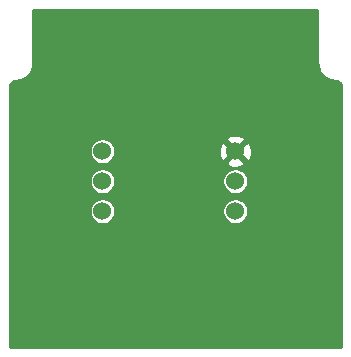
<source format=gbr>
G04 #@! TF.GenerationSoftware,KiCad,Pcbnew,5.1.12-84ad8e8a86~92~ubuntu20.04.1*
G04 #@! TF.CreationDate,2022-01-25T20:23:26-05:00*
G04 #@! TF.ProjectId,ABPDJJT001PGAA5_sensor_module,41425044-4a4a-4543-9030-315047414135,rev?*
G04 #@! TF.SameCoordinates,Original*
G04 #@! TF.FileFunction,Copper,L1,Top*
G04 #@! TF.FilePolarity,Positive*
%FSLAX46Y46*%
G04 Gerber Fmt 4.6, Leading zero omitted, Abs format (unit mm)*
G04 Created by KiCad (PCBNEW 5.1.12-84ad8e8a86~92~ubuntu20.04.1) date 2022-01-25 20:23:26*
%MOMM*%
%LPD*%
G01*
G04 APERTURE LIST*
G04 #@! TA.AperFunction,ComponentPad*
%ADD10C,1.524000*%
G04 #@! TD*
G04 #@! TA.AperFunction,Conductor*
%ADD11C,0.254000*%
G04 #@! TD*
G04 #@! TA.AperFunction,Conductor*
%ADD12C,0.100000*%
G04 #@! TD*
G04 APERTURE END LIST*
D10*
X118014920Y-42529760D03*
X118014920Y-45069760D03*
X118014920Y-47609760D03*
X106764920Y-47609760D03*
X106764920Y-45069760D03*
X106764920Y-42529760D03*
D11*
X124973001Y-35103423D02*
X124975030Y-35124025D01*
X124974987Y-35130214D01*
X124975637Y-35136842D01*
X124996038Y-35330939D01*
X125004734Y-35373303D01*
X125012832Y-35415755D01*
X125014756Y-35422126D01*
X125014757Y-35422132D01*
X125014759Y-35422138D01*
X125072469Y-35608568D01*
X125089220Y-35648418D01*
X125105417Y-35688508D01*
X125108542Y-35694384D01*
X125108544Y-35694389D01*
X125108547Y-35694393D01*
X125201369Y-35866065D01*
X125225564Y-35901936D01*
X125249218Y-35938084D01*
X125253420Y-35943236D01*
X125253426Y-35943244D01*
X125253433Y-35943251D01*
X125377832Y-36093623D01*
X125408498Y-36124076D01*
X125438756Y-36154975D01*
X125443882Y-36159214D01*
X125443888Y-36159220D01*
X125443895Y-36159224D01*
X125595130Y-36282569D01*
X125631133Y-36306489D01*
X125666812Y-36330920D01*
X125672666Y-36334084D01*
X125672670Y-36334087D01*
X125672674Y-36334089D01*
X125844993Y-36425712D01*
X125884972Y-36442190D01*
X125924700Y-36459218D01*
X125931056Y-36461185D01*
X125931063Y-36461188D01*
X125931070Y-36461189D01*
X126117898Y-36517597D01*
X126160337Y-36526000D01*
X126202595Y-36534983D01*
X126209212Y-36535677D01*
X126209220Y-36535679D01*
X126209228Y-36535679D01*
X126403452Y-36554723D01*
X126551139Y-36569204D01*
X126648432Y-36598579D01*
X126738159Y-36646287D01*
X126816911Y-36710517D01*
X126881690Y-36788820D01*
X126930026Y-36878216D01*
X126960077Y-36975296D01*
X126973000Y-37098248D01*
X126973001Y-59103000D01*
X98927000Y-59103000D01*
X98927000Y-47502503D01*
X105675920Y-47502503D01*
X105675920Y-47717017D01*
X105717770Y-47927410D01*
X105799861Y-48125595D01*
X105919039Y-48303957D01*
X106070723Y-48455641D01*
X106249085Y-48574819D01*
X106447270Y-48656910D01*
X106657663Y-48698760D01*
X106872177Y-48698760D01*
X107082570Y-48656910D01*
X107280755Y-48574819D01*
X107459117Y-48455641D01*
X107610801Y-48303957D01*
X107729979Y-48125595D01*
X107812070Y-47927410D01*
X107853920Y-47717017D01*
X107853920Y-47502503D01*
X116925920Y-47502503D01*
X116925920Y-47717017D01*
X116967770Y-47927410D01*
X117049861Y-48125595D01*
X117169039Y-48303957D01*
X117320723Y-48455641D01*
X117499085Y-48574819D01*
X117697270Y-48656910D01*
X117907663Y-48698760D01*
X118122177Y-48698760D01*
X118332570Y-48656910D01*
X118530755Y-48574819D01*
X118709117Y-48455641D01*
X118860801Y-48303957D01*
X118979979Y-48125595D01*
X119062070Y-47927410D01*
X119103920Y-47717017D01*
X119103920Y-47502503D01*
X119062070Y-47292110D01*
X118979979Y-47093925D01*
X118860801Y-46915563D01*
X118709117Y-46763879D01*
X118530755Y-46644701D01*
X118332570Y-46562610D01*
X118122177Y-46520760D01*
X117907663Y-46520760D01*
X117697270Y-46562610D01*
X117499085Y-46644701D01*
X117320723Y-46763879D01*
X117169039Y-46915563D01*
X117049861Y-47093925D01*
X116967770Y-47292110D01*
X116925920Y-47502503D01*
X107853920Y-47502503D01*
X107812070Y-47292110D01*
X107729979Y-47093925D01*
X107610801Y-46915563D01*
X107459117Y-46763879D01*
X107280755Y-46644701D01*
X107082570Y-46562610D01*
X106872177Y-46520760D01*
X106657663Y-46520760D01*
X106447270Y-46562610D01*
X106249085Y-46644701D01*
X106070723Y-46763879D01*
X105919039Y-46915563D01*
X105799861Y-47093925D01*
X105717770Y-47292110D01*
X105675920Y-47502503D01*
X98927000Y-47502503D01*
X98927000Y-44962503D01*
X105675920Y-44962503D01*
X105675920Y-45177017D01*
X105717770Y-45387410D01*
X105799861Y-45585595D01*
X105919039Y-45763957D01*
X106070723Y-45915641D01*
X106249085Y-46034819D01*
X106447270Y-46116910D01*
X106657663Y-46158760D01*
X106872177Y-46158760D01*
X107082570Y-46116910D01*
X107280755Y-46034819D01*
X107459117Y-45915641D01*
X107610801Y-45763957D01*
X107729979Y-45585595D01*
X107812070Y-45387410D01*
X107853920Y-45177017D01*
X107853920Y-44962503D01*
X116925920Y-44962503D01*
X116925920Y-45177017D01*
X116967770Y-45387410D01*
X117049861Y-45585595D01*
X117169039Y-45763957D01*
X117320723Y-45915641D01*
X117499085Y-46034819D01*
X117697270Y-46116910D01*
X117907663Y-46158760D01*
X118122177Y-46158760D01*
X118332570Y-46116910D01*
X118530755Y-46034819D01*
X118709117Y-45915641D01*
X118860801Y-45763957D01*
X118979979Y-45585595D01*
X119062070Y-45387410D01*
X119103920Y-45177017D01*
X119103920Y-44962503D01*
X119062070Y-44752110D01*
X118979979Y-44553925D01*
X118860801Y-44375563D01*
X118709117Y-44223879D01*
X118530755Y-44104701D01*
X118332570Y-44022610D01*
X118122177Y-43980760D01*
X117907663Y-43980760D01*
X117697270Y-44022610D01*
X117499085Y-44104701D01*
X117320723Y-44223879D01*
X117169039Y-44375563D01*
X117049861Y-44553925D01*
X116967770Y-44752110D01*
X116925920Y-44962503D01*
X107853920Y-44962503D01*
X107812070Y-44752110D01*
X107729979Y-44553925D01*
X107610801Y-44375563D01*
X107459117Y-44223879D01*
X107280755Y-44104701D01*
X107082570Y-44022610D01*
X106872177Y-43980760D01*
X106657663Y-43980760D01*
X106447270Y-44022610D01*
X106249085Y-44104701D01*
X106070723Y-44223879D01*
X105919039Y-44375563D01*
X105799861Y-44553925D01*
X105717770Y-44752110D01*
X105675920Y-44962503D01*
X98927000Y-44962503D01*
X98927000Y-42422503D01*
X105675920Y-42422503D01*
X105675920Y-42637017D01*
X105717770Y-42847410D01*
X105799861Y-43045595D01*
X105919039Y-43223957D01*
X106070723Y-43375641D01*
X106249085Y-43494819D01*
X106447270Y-43576910D01*
X106657663Y-43618760D01*
X106872177Y-43618760D01*
X107082570Y-43576910D01*
X107279533Y-43495325D01*
X117228960Y-43495325D01*
X117295940Y-43735416D01*
X117544968Y-43852516D01*
X117812055Y-43918783D01*
X118086937Y-43931670D01*
X118359053Y-43890682D01*
X118617943Y-43797396D01*
X118733900Y-43735416D01*
X118800880Y-43495325D01*
X118014920Y-42709365D01*
X117228960Y-43495325D01*
X107279533Y-43495325D01*
X107280755Y-43494819D01*
X107459117Y-43375641D01*
X107610801Y-43223957D01*
X107729979Y-43045595D01*
X107812070Y-42847410D01*
X107853920Y-42637017D01*
X107853920Y-42601777D01*
X116613010Y-42601777D01*
X116653998Y-42873893D01*
X116747284Y-43132783D01*
X116809264Y-43248740D01*
X117049355Y-43315720D01*
X117835315Y-42529760D01*
X118194525Y-42529760D01*
X118980485Y-43315720D01*
X119220576Y-43248740D01*
X119337676Y-42999712D01*
X119403943Y-42732625D01*
X119416830Y-42457743D01*
X119375842Y-42185627D01*
X119282556Y-41926737D01*
X119220576Y-41810780D01*
X118980485Y-41743800D01*
X118194525Y-42529760D01*
X117835315Y-42529760D01*
X117049355Y-41743800D01*
X116809264Y-41810780D01*
X116692164Y-42059808D01*
X116625897Y-42326895D01*
X116613010Y-42601777D01*
X107853920Y-42601777D01*
X107853920Y-42422503D01*
X107812070Y-42212110D01*
X107729979Y-42013925D01*
X107610801Y-41835563D01*
X107459117Y-41683879D01*
X107280755Y-41564701D01*
X107279534Y-41564195D01*
X117228960Y-41564195D01*
X118014920Y-42350155D01*
X118800880Y-41564195D01*
X118733900Y-41324104D01*
X118484872Y-41207004D01*
X118217785Y-41140737D01*
X117942903Y-41127850D01*
X117670787Y-41168838D01*
X117411897Y-41262124D01*
X117295940Y-41324104D01*
X117228960Y-41564195D01*
X107279534Y-41564195D01*
X107082570Y-41482610D01*
X106872177Y-41440760D01*
X106657663Y-41440760D01*
X106447270Y-41482610D01*
X106249085Y-41564701D01*
X106070723Y-41683879D01*
X105919039Y-41835563D01*
X105799861Y-42013925D01*
X105717770Y-42212110D01*
X105675920Y-42422503D01*
X98927000Y-42422503D01*
X98927000Y-37103326D01*
X98939204Y-36978861D01*
X98968579Y-36881568D01*
X99016287Y-36791841D01*
X99080517Y-36713089D01*
X99158820Y-36648310D01*
X99248216Y-36599974D01*
X99345296Y-36569923D01*
X99487966Y-36554927D01*
X99500214Y-36555013D01*
X99506842Y-36554363D01*
X99700939Y-36533962D01*
X99743303Y-36525266D01*
X99785755Y-36517168D01*
X99792126Y-36515244D01*
X99792132Y-36515243D01*
X99792138Y-36515241D01*
X99978568Y-36457531D01*
X100018418Y-36440780D01*
X100058508Y-36424583D01*
X100064384Y-36421458D01*
X100064389Y-36421456D01*
X100064393Y-36421453D01*
X100236065Y-36328631D01*
X100271936Y-36304436D01*
X100308084Y-36280782D01*
X100313236Y-36276580D01*
X100313244Y-36276574D01*
X100313251Y-36276567D01*
X100463623Y-36152168D01*
X100494076Y-36121502D01*
X100524975Y-36091244D01*
X100529214Y-36086118D01*
X100529220Y-36086112D01*
X100529224Y-36086105D01*
X100652569Y-35934870D01*
X100676489Y-35898867D01*
X100700920Y-35863188D01*
X100704084Y-35857334D01*
X100704087Y-35857330D01*
X100704089Y-35857326D01*
X100795712Y-35685007D01*
X100812190Y-35645028D01*
X100829218Y-35605300D01*
X100831187Y-35598939D01*
X100831188Y-35598937D01*
X100831189Y-35598930D01*
X100887597Y-35412102D01*
X100896000Y-35369663D01*
X100904983Y-35327405D01*
X100905677Y-35320788D01*
X100905679Y-35320780D01*
X100905679Y-35320772D01*
X100924723Y-35126548D01*
X100924723Y-35126541D01*
X100927000Y-35103423D01*
X100927000Y-30557000D01*
X124973000Y-30557000D01*
X124973001Y-35103423D01*
G04 #@! TA.AperFunction,Conductor*
D12*
G36*
X124973001Y-35103423D02*
G01*
X124975030Y-35124025D01*
X124974987Y-35130214D01*
X124975637Y-35136842D01*
X124996038Y-35330939D01*
X125004734Y-35373303D01*
X125012832Y-35415755D01*
X125014756Y-35422126D01*
X125014757Y-35422132D01*
X125014759Y-35422138D01*
X125072469Y-35608568D01*
X125089220Y-35648418D01*
X125105417Y-35688508D01*
X125108542Y-35694384D01*
X125108544Y-35694389D01*
X125108547Y-35694393D01*
X125201369Y-35866065D01*
X125225564Y-35901936D01*
X125249218Y-35938084D01*
X125253420Y-35943236D01*
X125253426Y-35943244D01*
X125253433Y-35943251D01*
X125377832Y-36093623D01*
X125408498Y-36124076D01*
X125438756Y-36154975D01*
X125443882Y-36159214D01*
X125443888Y-36159220D01*
X125443895Y-36159224D01*
X125595130Y-36282569D01*
X125631133Y-36306489D01*
X125666812Y-36330920D01*
X125672666Y-36334084D01*
X125672670Y-36334087D01*
X125672674Y-36334089D01*
X125844993Y-36425712D01*
X125884972Y-36442190D01*
X125924700Y-36459218D01*
X125931056Y-36461185D01*
X125931063Y-36461188D01*
X125931070Y-36461189D01*
X126117898Y-36517597D01*
X126160337Y-36526000D01*
X126202595Y-36534983D01*
X126209212Y-36535677D01*
X126209220Y-36535679D01*
X126209228Y-36535679D01*
X126403452Y-36554723D01*
X126551139Y-36569204D01*
X126648432Y-36598579D01*
X126738159Y-36646287D01*
X126816911Y-36710517D01*
X126881690Y-36788820D01*
X126930026Y-36878216D01*
X126960077Y-36975296D01*
X126973000Y-37098248D01*
X126973001Y-59103000D01*
X98927000Y-59103000D01*
X98927000Y-47502503D01*
X105675920Y-47502503D01*
X105675920Y-47717017D01*
X105717770Y-47927410D01*
X105799861Y-48125595D01*
X105919039Y-48303957D01*
X106070723Y-48455641D01*
X106249085Y-48574819D01*
X106447270Y-48656910D01*
X106657663Y-48698760D01*
X106872177Y-48698760D01*
X107082570Y-48656910D01*
X107280755Y-48574819D01*
X107459117Y-48455641D01*
X107610801Y-48303957D01*
X107729979Y-48125595D01*
X107812070Y-47927410D01*
X107853920Y-47717017D01*
X107853920Y-47502503D01*
X116925920Y-47502503D01*
X116925920Y-47717017D01*
X116967770Y-47927410D01*
X117049861Y-48125595D01*
X117169039Y-48303957D01*
X117320723Y-48455641D01*
X117499085Y-48574819D01*
X117697270Y-48656910D01*
X117907663Y-48698760D01*
X118122177Y-48698760D01*
X118332570Y-48656910D01*
X118530755Y-48574819D01*
X118709117Y-48455641D01*
X118860801Y-48303957D01*
X118979979Y-48125595D01*
X119062070Y-47927410D01*
X119103920Y-47717017D01*
X119103920Y-47502503D01*
X119062070Y-47292110D01*
X118979979Y-47093925D01*
X118860801Y-46915563D01*
X118709117Y-46763879D01*
X118530755Y-46644701D01*
X118332570Y-46562610D01*
X118122177Y-46520760D01*
X117907663Y-46520760D01*
X117697270Y-46562610D01*
X117499085Y-46644701D01*
X117320723Y-46763879D01*
X117169039Y-46915563D01*
X117049861Y-47093925D01*
X116967770Y-47292110D01*
X116925920Y-47502503D01*
X107853920Y-47502503D01*
X107812070Y-47292110D01*
X107729979Y-47093925D01*
X107610801Y-46915563D01*
X107459117Y-46763879D01*
X107280755Y-46644701D01*
X107082570Y-46562610D01*
X106872177Y-46520760D01*
X106657663Y-46520760D01*
X106447270Y-46562610D01*
X106249085Y-46644701D01*
X106070723Y-46763879D01*
X105919039Y-46915563D01*
X105799861Y-47093925D01*
X105717770Y-47292110D01*
X105675920Y-47502503D01*
X98927000Y-47502503D01*
X98927000Y-44962503D01*
X105675920Y-44962503D01*
X105675920Y-45177017D01*
X105717770Y-45387410D01*
X105799861Y-45585595D01*
X105919039Y-45763957D01*
X106070723Y-45915641D01*
X106249085Y-46034819D01*
X106447270Y-46116910D01*
X106657663Y-46158760D01*
X106872177Y-46158760D01*
X107082570Y-46116910D01*
X107280755Y-46034819D01*
X107459117Y-45915641D01*
X107610801Y-45763957D01*
X107729979Y-45585595D01*
X107812070Y-45387410D01*
X107853920Y-45177017D01*
X107853920Y-44962503D01*
X116925920Y-44962503D01*
X116925920Y-45177017D01*
X116967770Y-45387410D01*
X117049861Y-45585595D01*
X117169039Y-45763957D01*
X117320723Y-45915641D01*
X117499085Y-46034819D01*
X117697270Y-46116910D01*
X117907663Y-46158760D01*
X118122177Y-46158760D01*
X118332570Y-46116910D01*
X118530755Y-46034819D01*
X118709117Y-45915641D01*
X118860801Y-45763957D01*
X118979979Y-45585595D01*
X119062070Y-45387410D01*
X119103920Y-45177017D01*
X119103920Y-44962503D01*
X119062070Y-44752110D01*
X118979979Y-44553925D01*
X118860801Y-44375563D01*
X118709117Y-44223879D01*
X118530755Y-44104701D01*
X118332570Y-44022610D01*
X118122177Y-43980760D01*
X117907663Y-43980760D01*
X117697270Y-44022610D01*
X117499085Y-44104701D01*
X117320723Y-44223879D01*
X117169039Y-44375563D01*
X117049861Y-44553925D01*
X116967770Y-44752110D01*
X116925920Y-44962503D01*
X107853920Y-44962503D01*
X107812070Y-44752110D01*
X107729979Y-44553925D01*
X107610801Y-44375563D01*
X107459117Y-44223879D01*
X107280755Y-44104701D01*
X107082570Y-44022610D01*
X106872177Y-43980760D01*
X106657663Y-43980760D01*
X106447270Y-44022610D01*
X106249085Y-44104701D01*
X106070723Y-44223879D01*
X105919039Y-44375563D01*
X105799861Y-44553925D01*
X105717770Y-44752110D01*
X105675920Y-44962503D01*
X98927000Y-44962503D01*
X98927000Y-42422503D01*
X105675920Y-42422503D01*
X105675920Y-42637017D01*
X105717770Y-42847410D01*
X105799861Y-43045595D01*
X105919039Y-43223957D01*
X106070723Y-43375641D01*
X106249085Y-43494819D01*
X106447270Y-43576910D01*
X106657663Y-43618760D01*
X106872177Y-43618760D01*
X107082570Y-43576910D01*
X107279533Y-43495325D01*
X117228960Y-43495325D01*
X117295940Y-43735416D01*
X117544968Y-43852516D01*
X117812055Y-43918783D01*
X118086937Y-43931670D01*
X118359053Y-43890682D01*
X118617943Y-43797396D01*
X118733900Y-43735416D01*
X118800880Y-43495325D01*
X118014920Y-42709365D01*
X117228960Y-43495325D01*
X107279533Y-43495325D01*
X107280755Y-43494819D01*
X107459117Y-43375641D01*
X107610801Y-43223957D01*
X107729979Y-43045595D01*
X107812070Y-42847410D01*
X107853920Y-42637017D01*
X107853920Y-42601777D01*
X116613010Y-42601777D01*
X116653998Y-42873893D01*
X116747284Y-43132783D01*
X116809264Y-43248740D01*
X117049355Y-43315720D01*
X117835315Y-42529760D01*
X118194525Y-42529760D01*
X118980485Y-43315720D01*
X119220576Y-43248740D01*
X119337676Y-42999712D01*
X119403943Y-42732625D01*
X119416830Y-42457743D01*
X119375842Y-42185627D01*
X119282556Y-41926737D01*
X119220576Y-41810780D01*
X118980485Y-41743800D01*
X118194525Y-42529760D01*
X117835315Y-42529760D01*
X117049355Y-41743800D01*
X116809264Y-41810780D01*
X116692164Y-42059808D01*
X116625897Y-42326895D01*
X116613010Y-42601777D01*
X107853920Y-42601777D01*
X107853920Y-42422503D01*
X107812070Y-42212110D01*
X107729979Y-42013925D01*
X107610801Y-41835563D01*
X107459117Y-41683879D01*
X107280755Y-41564701D01*
X107279534Y-41564195D01*
X117228960Y-41564195D01*
X118014920Y-42350155D01*
X118800880Y-41564195D01*
X118733900Y-41324104D01*
X118484872Y-41207004D01*
X118217785Y-41140737D01*
X117942903Y-41127850D01*
X117670787Y-41168838D01*
X117411897Y-41262124D01*
X117295940Y-41324104D01*
X117228960Y-41564195D01*
X107279534Y-41564195D01*
X107082570Y-41482610D01*
X106872177Y-41440760D01*
X106657663Y-41440760D01*
X106447270Y-41482610D01*
X106249085Y-41564701D01*
X106070723Y-41683879D01*
X105919039Y-41835563D01*
X105799861Y-42013925D01*
X105717770Y-42212110D01*
X105675920Y-42422503D01*
X98927000Y-42422503D01*
X98927000Y-37103326D01*
X98939204Y-36978861D01*
X98968579Y-36881568D01*
X99016287Y-36791841D01*
X99080517Y-36713089D01*
X99158820Y-36648310D01*
X99248216Y-36599974D01*
X99345296Y-36569923D01*
X99487966Y-36554927D01*
X99500214Y-36555013D01*
X99506842Y-36554363D01*
X99700939Y-36533962D01*
X99743303Y-36525266D01*
X99785755Y-36517168D01*
X99792126Y-36515244D01*
X99792132Y-36515243D01*
X99792138Y-36515241D01*
X99978568Y-36457531D01*
X100018418Y-36440780D01*
X100058508Y-36424583D01*
X100064384Y-36421458D01*
X100064389Y-36421456D01*
X100064393Y-36421453D01*
X100236065Y-36328631D01*
X100271936Y-36304436D01*
X100308084Y-36280782D01*
X100313236Y-36276580D01*
X100313244Y-36276574D01*
X100313251Y-36276567D01*
X100463623Y-36152168D01*
X100494076Y-36121502D01*
X100524975Y-36091244D01*
X100529214Y-36086118D01*
X100529220Y-36086112D01*
X100529224Y-36086105D01*
X100652569Y-35934870D01*
X100676489Y-35898867D01*
X100700920Y-35863188D01*
X100704084Y-35857334D01*
X100704087Y-35857330D01*
X100704089Y-35857326D01*
X100795712Y-35685007D01*
X100812190Y-35645028D01*
X100829218Y-35605300D01*
X100831187Y-35598939D01*
X100831188Y-35598937D01*
X100831189Y-35598930D01*
X100887597Y-35412102D01*
X100896000Y-35369663D01*
X100904983Y-35327405D01*
X100905677Y-35320788D01*
X100905679Y-35320780D01*
X100905679Y-35320772D01*
X100924723Y-35126548D01*
X100924723Y-35126541D01*
X100927000Y-35103423D01*
X100927000Y-30557000D01*
X124973000Y-30557000D01*
X124973001Y-35103423D01*
G37*
G04 #@! TD.AperFunction*
M02*

</source>
